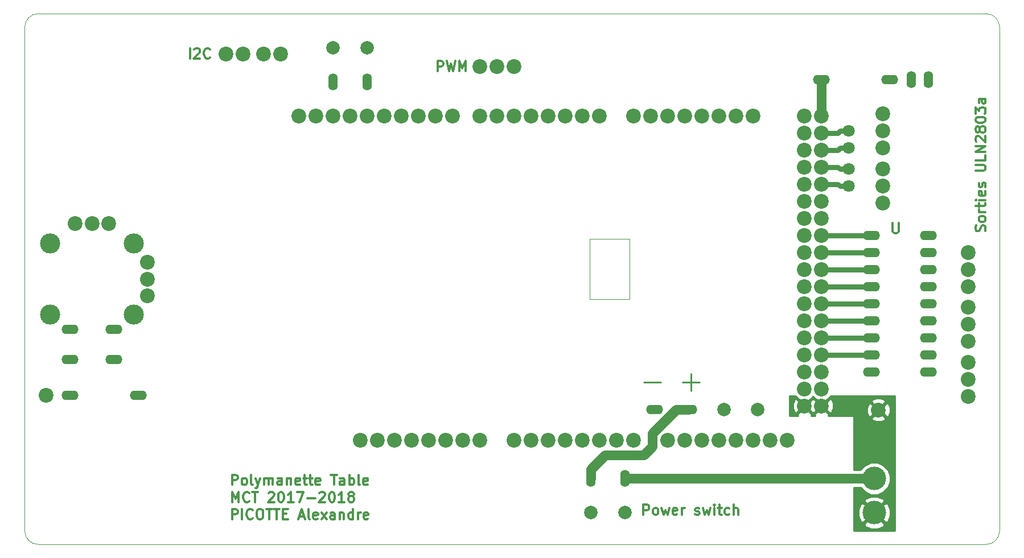
<source format=gbr>
G04 #@! TF.FileFunction,Copper,L2,Bot,Signal*
%FSLAX46Y46*%
G04 Gerber Fmt 4.6, Leading zero omitted, Abs format (unit mm)*
G04 Created by KiCad (PCBNEW 4.0.7) date 06/30/18 16:29:44*
%MOMM*%
%LPD*%
G01*
G04 APERTURE LIST*
%ADD10C,0.100000*%
%ADD11C,0.300000*%
%ADD12O,1.400000X2.540000*%
%ADD13C,2.200000*%
%ADD14C,3.500000*%
%ADD15O,2.540000X1.400000*%
%ADD16C,2.000000*%
%ADD17C,3.000000*%
%ADD18C,1.800000*%
%ADD19C,0.250000*%
%ADD20C,1.400000*%
%ADD21C,0.800000*%
%ADD22C,0.254000*%
G04 APERTURE END LIST*
D10*
D11*
X129392857Y-77058571D02*
X129392857Y-75558571D01*
X129964285Y-75558571D01*
X130107143Y-75630000D01*
X130178571Y-75701429D01*
X130250000Y-75844286D01*
X130250000Y-76058571D01*
X130178571Y-76201429D01*
X130107143Y-76272857D01*
X129964285Y-76344286D01*
X129392857Y-76344286D01*
X130750000Y-75558571D02*
X131107143Y-77058571D01*
X131392857Y-75987143D01*
X131678571Y-77058571D01*
X132035714Y-75558571D01*
X132607143Y-77058571D02*
X132607143Y-75558571D01*
X133107143Y-76630000D01*
X133607143Y-75558571D01*
X133607143Y-77058571D01*
X92570715Y-75153571D02*
X92570715Y-73653571D01*
X93213572Y-73796429D02*
X93285001Y-73725000D01*
X93427858Y-73653571D01*
X93785001Y-73653571D01*
X93927858Y-73725000D01*
X93999287Y-73796429D01*
X94070715Y-73939286D01*
X94070715Y-74082143D01*
X93999287Y-74296429D01*
X93142144Y-75153571D01*
X94070715Y-75153571D01*
X95570715Y-75010714D02*
X95499286Y-75082143D01*
X95285000Y-75153571D01*
X95142143Y-75153571D01*
X94927858Y-75082143D01*
X94785000Y-74939286D01*
X94713572Y-74796429D01*
X94642143Y-74510714D01*
X94642143Y-74296429D01*
X94713572Y-74010714D01*
X94785000Y-73867857D01*
X94927858Y-73725000D01*
X95142143Y-73653571D01*
X95285000Y-73653571D01*
X95499286Y-73725000D01*
X95570715Y-73796429D01*
X160024286Y-143098571D02*
X160024286Y-141598571D01*
X160595714Y-141598571D01*
X160738572Y-141670000D01*
X160810000Y-141741429D01*
X160881429Y-141884286D01*
X160881429Y-142098571D01*
X160810000Y-142241429D01*
X160738572Y-142312857D01*
X160595714Y-142384286D01*
X160024286Y-142384286D01*
X161738572Y-143098571D02*
X161595714Y-143027143D01*
X161524286Y-142955714D01*
X161452857Y-142812857D01*
X161452857Y-142384286D01*
X161524286Y-142241429D01*
X161595714Y-142170000D01*
X161738572Y-142098571D01*
X161952857Y-142098571D01*
X162095714Y-142170000D01*
X162167143Y-142241429D01*
X162238572Y-142384286D01*
X162238572Y-142812857D01*
X162167143Y-142955714D01*
X162095714Y-143027143D01*
X161952857Y-143098571D01*
X161738572Y-143098571D01*
X162738572Y-142098571D02*
X163024286Y-143098571D01*
X163310000Y-142384286D01*
X163595715Y-143098571D01*
X163881429Y-142098571D01*
X165024286Y-143027143D02*
X164881429Y-143098571D01*
X164595715Y-143098571D01*
X164452858Y-143027143D01*
X164381429Y-142884286D01*
X164381429Y-142312857D01*
X164452858Y-142170000D01*
X164595715Y-142098571D01*
X164881429Y-142098571D01*
X165024286Y-142170000D01*
X165095715Y-142312857D01*
X165095715Y-142455714D01*
X164381429Y-142598571D01*
X165738572Y-143098571D02*
X165738572Y-142098571D01*
X165738572Y-142384286D02*
X165810000Y-142241429D01*
X165881429Y-142170000D01*
X166024286Y-142098571D01*
X166167143Y-142098571D01*
X167738571Y-143027143D02*
X167881428Y-143098571D01*
X168167143Y-143098571D01*
X168310000Y-143027143D01*
X168381428Y-142884286D01*
X168381428Y-142812857D01*
X168310000Y-142670000D01*
X168167143Y-142598571D01*
X167952857Y-142598571D01*
X167810000Y-142527143D01*
X167738571Y-142384286D01*
X167738571Y-142312857D01*
X167810000Y-142170000D01*
X167952857Y-142098571D01*
X168167143Y-142098571D01*
X168310000Y-142170000D01*
X168881429Y-142098571D02*
X169167143Y-143098571D01*
X169452857Y-142384286D01*
X169738572Y-143098571D01*
X170024286Y-142098571D01*
X170595715Y-143098571D02*
X170595715Y-142098571D01*
X170595715Y-141598571D02*
X170524286Y-141670000D01*
X170595715Y-141741429D01*
X170667143Y-141670000D01*
X170595715Y-141598571D01*
X170595715Y-141741429D01*
X171095715Y-142098571D02*
X171667144Y-142098571D01*
X171310001Y-141598571D02*
X171310001Y-142884286D01*
X171381429Y-143027143D01*
X171524287Y-143098571D01*
X171667144Y-143098571D01*
X172810001Y-143027143D02*
X172667144Y-143098571D01*
X172381430Y-143098571D01*
X172238572Y-143027143D01*
X172167144Y-142955714D01*
X172095715Y-142812857D01*
X172095715Y-142384286D01*
X172167144Y-142241429D01*
X172238572Y-142170000D01*
X172381430Y-142098571D01*
X172667144Y-142098571D01*
X172810001Y-142170000D01*
X173452858Y-143098571D02*
X173452858Y-141598571D01*
X174095715Y-143098571D02*
X174095715Y-142312857D01*
X174024286Y-142170000D01*
X173881429Y-142098571D01*
X173667144Y-142098571D01*
X173524286Y-142170000D01*
X173452858Y-142241429D01*
X210847143Y-100877857D02*
X210918571Y-100663571D01*
X210918571Y-100306428D01*
X210847143Y-100163571D01*
X210775714Y-100092142D01*
X210632857Y-100020714D01*
X210490000Y-100020714D01*
X210347143Y-100092142D01*
X210275714Y-100163571D01*
X210204286Y-100306428D01*
X210132857Y-100592142D01*
X210061429Y-100735000D01*
X209990000Y-100806428D01*
X209847143Y-100877857D01*
X209704286Y-100877857D01*
X209561429Y-100806428D01*
X209490000Y-100735000D01*
X209418571Y-100592142D01*
X209418571Y-100235000D01*
X209490000Y-100020714D01*
X210918571Y-99163571D02*
X210847143Y-99306429D01*
X210775714Y-99377857D01*
X210632857Y-99449286D01*
X210204286Y-99449286D01*
X210061429Y-99377857D01*
X209990000Y-99306429D01*
X209918571Y-99163571D01*
X209918571Y-98949286D01*
X209990000Y-98806429D01*
X210061429Y-98735000D01*
X210204286Y-98663571D01*
X210632857Y-98663571D01*
X210775714Y-98735000D01*
X210847143Y-98806429D01*
X210918571Y-98949286D01*
X210918571Y-99163571D01*
X210918571Y-98020714D02*
X209918571Y-98020714D01*
X210204286Y-98020714D02*
X210061429Y-97949286D01*
X209990000Y-97877857D01*
X209918571Y-97735000D01*
X209918571Y-97592143D01*
X209918571Y-97306429D02*
X209918571Y-96735000D01*
X209418571Y-97092143D02*
X210704286Y-97092143D01*
X210847143Y-97020715D01*
X210918571Y-96877857D01*
X210918571Y-96735000D01*
X210918571Y-96235000D02*
X209918571Y-96235000D01*
X209418571Y-96235000D02*
X209490000Y-96306429D01*
X209561429Y-96235000D01*
X209490000Y-96163572D01*
X209418571Y-96235000D01*
X209561429Y-96235000D01*
X210847143Y-94949286D02*
X210918571Y-95092143D01*
X210918571Y-95377857D01*
X210847143Y-95520714D01*
X210704286Y-95592143D01*
X210132857Y-95592143D01*
X209990000Y-95520714D01*
X209918571Y-95377857D01*
X209918571Y-95092143D01*
X209990000Y-94949286D01*
X210132857Y-94877857D01*
X210275714Y-94877857D01*
X210418571Y-95592143D01*
X210847143Y-94306429D02*
X210918571Y-94163572D01*
X210918571Y-93877857D01*
X210847143Y-93735000D01*
X210704286Y-93663572D01*
X210632857Y-93663572D01*
X210490000Y-93735000D01*
X210418571Y-93877857D01*
X210418571Y-94092143D01*
X210347143Y-94235000D01*
X210204286Y-94306429D01*
X210132857Y-94306429D01*
X209990000Y-94235000D01*
X209918571Y-94092143D01*
X209918571Y-93877857D01*
X209990000Y-93735000D01*
X209418571Y-91877857D02*
X210632857Y-91877857D01*
X210775714Y-91806429D01*
X210847143Y-91735000D01*
X210918571Y-91592143D01*
X210918571Y-91306429D01*
X210847143Y-91163571D01*
X210775714Y-91092143D01*
X210632857Y-91020714D01*
X209418571Y-91020714D01*
X210918571Y-89592142D02*
X210918571Y-90306428D01*
X209418571Y-90306428D01*
X210918571Y-89092142D02*
X209418571Y-89092142D01*
X210918571Y-88234999D01*
X209418571Y-88234999D01*
X209561429Y-87592142D02*
X209490000Y-87520713D01*
X209418571Y-87377856D01*
X209418571Y-87020713D01*
X209490000Y-86877856D01*
X209561429Y-86806427D01*
X209704286Y-86734999D01*
X209847143Y-86734999D01*
X210061429Y-86806427D01*
X210918571Y-87663570D01*
X210918571Y-86734999D01*
X210061429Y-85877856D02*
X209990000Y-86020714D01*
X209918571Y-86092142D01*
X209775714Y-86163571D01*
X209704286Y-86163571D01*
X209561429Y-86092142D01*
X209490000Y-86020714D01*
X209418571Y-85877856D01*
X209418571Y-85592142D01*
X209490000Y-85449285D01*
X209561429Y-85377856D01*
X209704286Y-85306428D01*
X209775714Y-85306428D01*
X209918571Y-85377856D01*
X209990000Y-85449285D01*
X210061429Y-85592142D01*
X210061429Y-85877856D01*
X210132857Y-86020714D01*
X210204286Y-86092142D01*
X210347143Y-86163571D01*
X210632857Y-86163571D01*
X210775714Y-86092142D01*
X210847143Y-86020714D01*
X210918571Y-85877856D01*
X210918571Y-85592142D01*
X210847143Y-85449285D01*
X210775714Y-85377856D01*
X210632857Y-85306428D01*
X210347143Y-85306428D01*
X210204286Y-85377856D01*
X210132857Y-85449285D01*
X210061429Y-85592142D01*
X209418571Y-84377857D02*
X209418571Y-84235000D01*
X209490000Y-84092143D01*
X209561429Y-84020714D01*
X209704286Y-83949285D01*
X209990000Y-83877857D01*
X210347143Y-83877857D01*
X210632857Y-83949285D01*
X210775714Y-84020714D01*
X210847143Y-84092143D01*
X210918571Y-84235000D01*
X210918571Y-84377857D01*
X210847143Y-84520714D01*
X210775714Y-84592143D01*
X210632857Y-84663571D01*
X210347143Y-84735000D01*
X209990000Y-84735000D01*
X209704286Y-84663571D01*
X209561429Y-84592143D01*
X209490000Y-84520714D01*
X209418571Y-84377857D01*
X209418571Y-83377857D02*
X209418571Y-82449286D01*
X209990000Y-82949286D01*
X209990000Y-82735000D01*
X210061429Y-82592143D01*
X210132857Y-82520714D01*
X210275714Y-82449286D01*
X210632857Y-82449286D01*
X210775714Y-82520714D01*
X210847143Y-82592143D01*
X210918571Y-82735000D01*
X210918571Y-83163572D01*
X210847143Y-83306429D01*
X210775714Y-83377857D01*
X210918571Y-81163572D02*
X210132857Y-81163572D01*
X209990000Y-81235001D01*
X209918571Y-81377858D01*
X209918571Y-81663572D01*
X209990000Y-81806429D01*
X210847143Y-81163572D02*
X210918571Y-81306429D01*
X210918571Y-81663572D01*
X210847143Y-81806429D01*
X210704286Y-81877858D01*
X210561429Y-81877858D01*
X210418571Y-81806429D01*
X210347143Y-81663572D01*
X210347143Y-81306429D01*
X210275714Y-81163572D01*
X197111429Y-99688571D02*
X197111429Y-100902857D01*
X197182857Y-101045714D01*
X197254286Y-101117143D01*
X197397143Y-101188571D01*
X197682857Y-101188571D01*
X197825715Y-101117143D01*
X197897143Y-101045714D01*
X197968572Y-100902857D01*
X197968572Y-99688571D01*
X98837143Y-138643571D02*
X98837143Y-137143571D01*
X99408571Y-137143571D01*
X99551429Y-137215000D01*
X99622857Y-137286429D01*
X99694286Y-137429286D01*
X99694286Y-137643571D01*
X99622857Y-137786429D01*
X99551429Y-137857857D01*
X99408571Y-137929286D01*
X98837143Y-137929286D01*
X100551429Y-138643571D02*
X100408571Y-138572143D01*
X100337143Y-138500714D01*
X100265714Y-138357857D01*
X100265714Y-137929286D01*
X100337143Y-137786429D01*
X100408571Y-137715000D01*
X100551429Y-137643571D01*
X100765714Y-137643571D01*
X100908571Y-137715000D01*
X100980000Y-137786429D01*
X101051429Y-137929286D01*
X101051429Y-138357857D01*
X100980000Y-138500714D01*
X100908571Y-138572143D01*
X100765714Y-138643571D01*
X100551429Y-138643571D01*
X101908572Y-138643571D02*
X101765714Y-138572143D01*
X101694286Y-138429286D01*
X101694286Y-137143571D01*
X102337143Y-137643571D02*
X102694286Y-138643571D01*
X103051428Y-137643571D02*
X102694286Y-138643571D01*
X102551428Y-139000714D01*
X102480000Y-139072143D01*
X102337143Y-139143571D01*
X103622857Y-138643571D02*
X103622857Y-137643571D01*
X103622857Y-137786429D02*
X103694285Y-137715000D01*
X103837143Y-137643571D01*
X104051428Y-137643571D01*
X104194285Y-137715000D01*
X104265714Y-137857857D01*
X104265714Y-138643571D01*
X104265714Y-137857857D02*
X104337143Y-137715000D01*
X104480000Y-137643571D01*
X104694285Y-137643571D01*
X104837143Y-137715000D01*
X104908571Y-137857857D01*
X104908571Y-138643571D01*
X106265714Y-138643571D02*
X106265714Y-137857857D01*
X106194285Y-137715000D01*
X106051428Y-137643571D01*
X105765714Y-137643571D01*
X105622857Y-137715000D01*
X106265714Y-138572143D02*
X106122857Y-138643571D01*
X105765714Y-138643571D01*
X105622857Y-138572143D01*
X105551428Y-138429286D01*
X105551428Y-138286429D01*
X105622857Y-138143571D01*
X105765714Y-138072143D01*
X106122857Y-138072143D01*
X106265714Y-138000714D01*
X106980000Y-137643571D02*
X106980000Y-138643571D01*
X106980000Y-137786429D02*
X107051428Y-137715000D01*
X107194286Y-137643571D01*
X107408571Y-137643571D01*
X107551428Y-137715000D01*
X107622857Y-137857857D01*
X107622857Y-138643571D01*
X108908571Y-138572143D02*
X108765714Y-138643571D01*
X108480000Y-138643571D01*
X108337143Y-138572143D01*
X108265714Y-138429286D01*
X108265714Y-137857857D01*
X108337143Y-137715000D01*
X108480000Y-137643571D01*
X108765714Y-137643571D01*
X108908571Y-137715000D01*
X108980000Y-137857857D01*
X108980000Y-138000714D01*
X108265714Y-138143571D01*
X109408571Y-137643571D02*
X109980000Y-137643571D01*
X109622857Y-137143571D02*
X109622857Y-138429286D01*
X109694285Y-138572143D01*
X109837143Y-138643571D01*
X109980000Y-138643571D01*
X110265714Y-137643571D02*
X110837143Y-137643571D01*
X110480000Y-137143571D02*
X110480000Y-138429286D01*
X110551428Y-138572143D01*
X110694286Y-138643571D01*
X110837143Y-138643571D01*
X111908571Y-138572143D02*
X111765714Y-138643571D01*
X111480000Y-138643571D01*
X111337143Y-138572143D01*
X111265714Y-138429286D01*
X111265714Y-137857857D01*
X111337143Y-137715000D01*
X111480000Y-137643571D01*
X111765714Y-137643571D01*
X111908571Y-137715000D01*
X111980000Y-137857857D01*
X111980000Y-138000714D01*
X111265714Y-138143571D01*
X113551428Y-137143571D02*
X114408571Y-137143571D01*
X113980000Y-138643571D02*
X113980000Y-137143571D01*
X115551428Y-138643571D02*
X115551428Y-137857857D01*
X115479999Y-137715000D01*
X115337142Y-137643571D01*
X115051428Y-137643571D01*
X114908571Y-137715000D01*
X115551428Y-138572143D02*
X115408571Y-138643571D01*
X115051428Y-138643571D01*
X114908571Y-138572143D01*
X114837142Y-138429286D01*
X114837142Y-138286429D01*
X114908571Y-138143571D01*
X115051428Y-138072143D01*
X115408571Y-138072143D01*
X115551428Y-138000714D01*
X116265714Y-138643571D02*
X116265714Y-137143571D01*
X116265714Y-137715000D02*
X116408571Y-137643571D01*
X116694285Y-137643571D01*
X116837142Y-137715000D01*
X116908571Y-137786429D01*
X116980000Y-137929286D01*
X116980000Y-138357857D01*
X116908571Y-138500714D01*
X116837142Y-138572143D01*
X116694285Y-138643571D01*
X116408571Y-138643571D01*
X116265714Y-138572143D01*
X117837143Y-138643571D02*
X117694285Y-138572143D01*
X117622857Y-138429286D01*
X117622857Y-137143571D01*
X118979999Y-138572143D02*
X118837142Y-138643571D01*
X118551428Y-138643571D01*
X118408571Y-138572143D01*
X118337142Y-138429286D01*
X118337142Y-137857857D01*
X118408571Y-137715000D01*
X118551428Y-137643571D01*
X118837142Y-137643571D01*
X118979999Y-137715000D01*
X119051428Y-137857857D01*
X119051428Y-138000714D01*
X118337142Y-138143571D01*
X98837143Y-141193571D02*
X98837143Y-139693571D01*
X99337143Y-140765000D01*
X99837143Y-139693571D01*
X99837143Y-141193571D01*
X101408572Y-141050714D02*
X101337143Y-141122143D01*
X101122857Y-141193571D01*
X100980000Y-141193571D01*
X100765715Y-141122143D01*
X100622857Y-140979286D01*
X100551429Y-140836429D01*
X100480000Y-140550714D01*
X100480000Y-140336429D01*
X100551429Y-140050714D01*
X100622857Y-139907857D01*
X100765715Y-139765000D01*
X100980000Y-139693571D01*
X101122857Y-139693571D01*
X101337143Y-139765000D01*
X101408572Y-139836429D01*
X101837143Y-139693571D02*
X102694286Y-139693571D01*
X102265715Y-141193571D02*
X102265715Y-139693571D01*
X104265714Y-139836429D02*
X104337143Y-139765000D01*
X104480000Y-139693571D01*
X104837143Y-139693571D01*
X104980000Y-139765000D01*
X105051429Y-139836429D01*
X105122857Y-139979286D01*
X105122857Y-140122143D01*
X105051429Y-140336429D01*
X104194286Y-141193571D01*
X105122857Y-141193571D01*
X106051428Y-139693571D02*
X106194285Y-139693571D01*
X106337142Y-139765000D01*
X106408571Y-139836429D01*
X106480000Y-139979286D01*
X106551428Y-140265000D01*
X106551428Y-140622143D01*
X106480000Y-140907857D01*
X106408571Y-141050714D01*
X106337142Y-141122143D01*
X106194285Y-141193571D01*
X106051428Y-141193571D01*
X105908571Y-141122143D01*
X105837142Y-141050714D01*
X105765714Y-140907857D01*
X105694285Y-140622143D01*
X105694285Y-140265000D01*
X105765714Y-139979286D01*
X105837142Y-139836429D01*
X105908571Y-139765000D01*
X106051428Y-139693571D01*
X107979999Y-141193571D02*
X107122856Y-141193571D01*
X107551428Y-141193571D02*
X107551428Y-139693571D01*
X107408571Y-139907857D01*
X107265713Y-140050714D01*
X107122856Y-140122143D01*
X108479999Y-139693571D02*
X109479999Y-139693571D01*
X108837142Y-141193571D01*
X110051427Y-140622143D02*
X111194284Y-140622143D01*
X111837141Y-139836429D02*
X111908570Y-139765000D01*
X112051427Y-139693571D01*
X112408570Y-139693571D01*
X112551427Y-139765000D01*
X112622856Y-139836429D01*
X112694284Y-139979286D01*
X112694284Y-140122143D01*
X112622856Y-140336429D01*
X111765713Y-141193571D01*
X112694284Y-141193571D01*
X113622855Y-139693571D02*
X113765712Y-139693571D01*
X113908569Y-139765000D01*
X113979998Y-139836429D01*
X114051427Y-139979286D01*
X114122855Y-140265000D01*
X114122855Y-140622143D01*
X114051427Y-140907857D01*
X113979998Y-141050714D01*
X113908569Y-141122143D01*
X113765712Y-141193571D01*
X113622855Y-141193571D01*
X113479998Y-141122143D01*
X113408569Y-141050714D01*
X113337141Y-140907857D01*
X113265712Y-140622143D01*
X113265712Y-140265000D01*
X113337141Y-139979286D01*
X113408569Y-139836429D01*
X113479998Y-139765000D01*
X113622855Y-139693571D01*
X115551426Y-141193571D02*
X114694283Y-141193571D01*
X115122855Y-141193571D02*
X115122855Y-139693571D01*
X114979998Y-139907857D01*
X114837140Y-140050714D01*
X114694283Y-140122143D01*
X116408569Y-140336429D02*
X116265711Y-140265000D01*
X116194283Y-140193571D01*
X116122854Y-140050714D01*
X116122854Y-139979286D01*
X116194283Y-139836429D01*
X116265711Y-139765000D01*
X116408569Y-139693571D01*
X116694283Y-139693571D01*
X116837140Y-139765000D01*
X116908569Y-139836429D01*
X116979997Y-139979286D01*
X116979997Y-140050714D01*
X116908569Y-140193571D01*
X116837140Y-140265000D01*
X116694283Y-140336429D01*
X116408569Y-140336429D01*
X116265711Y-140407857D01*
X116194283Y-140479286D01*
X116122854Y-140622143D01*
X116122854Y-140907857D01*
X116194283Y-141050714D01*
X116265711Y-141122143D01*
X116408569Y-141193571D01*
X116694283Y-141193571D01*
X116837140Y-141122143D01*
X116908569Y-141050714D01*
X116979997Y-140907857D01*
X116979997Y-140622143D01*
X116908569Y-140479286D01*
X116837140Y-140407857D01*
X116694283Y-140336429D01*
X98837143Y-143743571D02*
X98837143Y-142243571D01*
X99408571Y-142243571D01*
X99551429Y-142315000D01*
X99622857Y-142386429D01*
X99694286Y-142529286D01*
X99694286Y-142743571D01*
X99622857Y-142886429D01*
X99551429Y-142957857D01*
X99408571Y-143029286D01*
X98837143Y-143029286D01*
X100337143Y-143743571D02*
X100337143Y-142243571D01*
X101908572Y-143600714D02*
X101837143Y-143672143D01*
X101622857Y-143743571D01*
X101480000Y-143743571D01*
X101265715Y-143672143D01*
X101122857Y-143529286D01*
X101051429Y-143386429D01*
X100980000Y-143100714D01*
X100980000Y-142886429D01*
X101051429Y-142600714D01*
X101122857Y-142457857D01*
X101265715Y-142315000D01*
X101480000Y-142243571D01*
X101622857Y-142243571D01*
X101837143Y-142315000D01*
X101908572Y-142386429D01*
X102837143Y-142243571D02*
X103122857Y-142243571D01*
X103265715Y-142315000D01*
X103408572Y-142457857D01*
X103480000Y-142743571D01*
X103480000Y-143243571D01*
X103408572Y-143529286D01*
X103265715Y-143672143D01*
X103122857Y-143743571D01*
X102837143Y-143743571D01*
X102694286Y-143672143D01*
X102551429Y-143529286D01*
X102480000Y-143243571D01*
X102480000Y-142743571D01*
X102551429Y-142457857D01*
X102694286Y-142315000D01*
X102837143Y-142243571D01*
X103908572Y-142243571D02*
X104765715Y-142243571D01*
X104337144Y-143743571D02*
X104337144Y-142243571D01*
X105051429Y-142243571D02*
X105908572Y-142243571D01*
X105480001Y-143743571D02*
X105480001Y-142243571D01*
X106408572Y-142957857D02*
X106908572Y-142957857D01*
X107122858Y-143743571D02*
X106408572Y-143743571D01*
X106408572Y-142243571D01*
X107122858Y-142243571D01*
X108837143Y-143315000D02*
X109551429Y-143315000D01*
X108694286Y-143743571D02*
X109194286Y-142243571D01*
X109694286Y-143743571D01*
X110408572Y-143743571D02*
X110265714Y-143672143D01*
X110194286Y-143529286D01*
X110194286Y-142243571D01*
X111551428Y-143672143D02*
X111408571Y-143743571D01*
X111122857Y-143743571D01*
X110980000Y-143672143D01*
X110908571Y-143529286D01*
X110908571Y-142957857D01*
X110980000Y-142815000D01*
X111122857Y-142743571D01*
X111408571Y-142743571D01*
X111551428Y-142815000D01*
X111622857Y-142957857D01*
X111622857Y-143100714D01*
X110908571Y-143243571D01*
X112122857Y-143743571D02*
X112908571Y-142743571D01*
X112122857Y-142743571D02*
X112908571Y-143743571D01*
X114122857Y-143743571D02*
X114122857Y-142957857D01*
X114051428Y-142815000D01*
X113908571Y-142743571D01*
X113622857Y-142743571D01*
X113480000Y-142815000D01*
X114122857Y-143672143D02*
X113980000Y-143743571D01*
X113622857Y-143743571D01*
X113480000Y-143672143D01*
X113408571Y-143529286D01*
X113408571Y-143386429D01*
X113480000Y-143243571D01*
X113622857Y-143172143D01*
X113980000Y-143172143D01*
X114122857Y-143100714D01*
X114837143Y-142743571D02*
X114837143Y-143743571D01*
X114837143Y-142886429D02*
X114908571Y-142815000D01*
X115051429Y-142743571D01*
X115265714Y-142743571D01*
X115408571Y-142815000D01*
X115480000Y-142957857D01*
X115480000Y-143743571D01*
X116837143Y-143743571D02*
X116837143Y-142243571D01*
X116837143Y-143672143D02*
X116694286Y-143743571D01*
X116408572Y-143743571D01*
X116265714Y-143672143D01*
X116194286Y-143600714D01*
X116122857Y-143457857D01*
X116122857Y-143029286D01*
X116194286Y-142886429D01*
X116265714Y-142815000D01*
X116408572Y-142743571D01*
X116694286Y-142743571D01*
X116837143Y-142815000D01*
X117551429Y-143743571D02*
X117551429Y-142743571D01*
X117551429Y-143029286D02*
X117622857Y-142886429D01*
X117694286Y-142815000D01*
X117837143Y-142743571D01*
X117980000Y-142743571D01*
X119051428Y-143672143D02*
X118908571Y-143743571D01*
X118622857Y-143743571D01*
X118480000Y-143672143D01*
X118408571Y-143529286D01*
X118408571Y-142957857D01*
X118480000Y-142815000D01*
X118622857Y-142743571D01*
X118908571Y-142743571D01*
X119051428Y-142815000D01*
X119122857Y-142957857D01*
X119122857Y-143100714D01*
X118408571Y-143243571D01*
D10*
X158000000Y-102000000D02*
X152000000Y-102000000D01*
X158000000Y-111000000D02*
X158000000Y-102000000D01*
X152000000Y-111000000D02*
X158000000Y-111000000D01*
X152000000Y-102000000D02*
X152000000Y-111000000D01*
X68000000Y-145500000D02*
G75*
G03X70000000Y-147500000I2000000J0D01*
G01*
X70000000Y-68500000D02*
G75*
G03X68000000Y-70500000I0J-2000000D01*
G01*
X213000000Y-70500000D02*
G75*
G03X211000000Y-68500000I-2000000J0D01*
G01*
X211000000Y-147500000D02*
G75*
G03X213000000Y-145500000I0J2000000D01*
G01*
X213000000Y-70500000D02*
X213000000Y-145500000D01*
X70000000Y-68500000D02*
X211000000Y-68500000D01*
X70000000Y-147500000D02*
X211000000Y-147500000D01*
X68000000Y-70500000D02*
X68000000Y-145500000D01*
D12*
X202425000Y-78285000D03*
X199885000Y-78285000D03*
D13*
X140800000Y-76380000D03*
X138260000Y-76380000D03*
X135720000Y-76380000D03*
X97920000Y-74475000D03*
X100460000Y-74475000D03*
X106100000Y-74475000D03*
X103560000Y-74475000D03*
D14*
X194365000Y-142795000D03*
X194365000Y-137715000D03*
D15*
X196680000Y-78285000D03*
X186520000Y-78285000D03*
X166770000Y-127400000D03*
X161690000Y-127400000D03*
X84910000Y-125305000D03*
X74750000Y-125305000D03*
D16*
X177045000Y-127400000D03*
X172045000Y-127400000D03*
D13*
X208335000Y-109100000D03*
X208335000Y-106560000D03*
X208335000Y-104020000D03*
X208335000Y-112200000D03*
X208335000Y-114740000D03*
X208335000Y-117280000D03*
X208335000Y-125460000D03*
X208335000Y-122920000D03*
X208335000Y-120380000D03*
X195635000Y-83440000D03*
X195635000Y-85980000D03*
X195635000Y-88520000D03*
X195635000Y-96700000D03*
X195635000Y-94160000D03*
X195635000Y-91620000D03*
X71175000Y-125305000D03*
X86250000Y-110500000D03*
X86250000Y-108000000D03*
X86250000Y-105500000D03*
X78000000Y-99750000D03*
X80500000Y-99750000D03*
X75500000Y-99750000D03*
D17*
X84250000Y-113300000D03*
X84250000Y-102700000D03*
X71750000Y-102700000D03*
X71750000Y-113300000D03*
D15*
X81250000Y-115450000D03*
X74750000Y-115450000D03*
X74750000Y-119950000D03*
X81250000Y-119950000D03*
D13*
X195000000Y-127500000D03*
D15*
X193925000Y-104020000D03*
X193925000Y-101480000D03*
X193925000Y-106560000D03*
X193925000Y-109100000D03*
X193925000Y-111640000D03*
X193925000Y-114180000D03*
X193925000Y-116720000D03*
X193925000Y-119260000D03*
X193925000Y-121800000D03*
X202425000Y-121800000D03*
X202425000Y-119260000D03*
X202425000Y-116720000D03*
X202425000Y-114180000D03*
X202425000Y-111640000D03*
X202425000Y-109100000D03*
X202425000Y-106560000D03*
X202425000Y-104020000D03*
X202425000Y-101480000D03*
D12*
X152175000Y-137715000D03*
X157255000Y-137715000D03*
D16*
X152175000Y-142795000D03*
X157255000Y-142795000D03*
D12*
X118956000Y-78640000D03*
X113876000Y-78640000D03*
D16*
X118956000Y-73560000D03*
X113876000Y-73560000D03*
D13*
X140800000Y-131960000D03*
X135720000Y-131960000D03*
X133180000Y-131960000D03*
X130640000Y-131960000D03*
X128100000Y-131960000D03*
X125560000Y-131960000D03*
X123020000Y-131960000D03*
X120480000Y-131960000D03*
X176360000Y-83700000D03*
X173820000Y-83700000D03*
X171280000Y-83700000D03*
X168740000Y-83700000D03*
X166200000Y-83700000D03*
X163660000Y-83700000D03*
X161120000Y-83700000D03*
X158580000Y-83700000D03*
X153500000Y-83700000D03*
X150960000Y-83700000D03*
X148420000Y-83700000D03*
X145880000Y-83700000D03*
X143340000Y-83700000D03*
X140800000Y-83700000D03*
X138260000Y-83700000D03*
X135720000Y-83700000D03*
X116416000Y-83700000D03*
X131656000Y-83700000D03*
X129116000Y-83700000D03*
X126576000Y-83700000D03*
X108796000Y-83700000D03*
X111336000Y-83700000D03*
X113876000Y-83700000D03*
X118956000Y-83700000D03*
X121496000Y-83700000D03*
X124036000Y-83700000D03*
X117940000Y-131960000D03*
X143340000Y-131960000D03*
X145880000Y-131960000D03*
X148420000Y-131960000D03*
X150960000Y-131960000D03*
X153500000Y-131960000D03*
X156040000Y-131960000D03*
X158580000Y-131960000D03*
X163660000Y-131960000D03*
X166200000Y-131960000D03*
X168740000Y-131960000D03*
X171280000Y-131960000D03*
X173820000Y-131960000D03*
X176360000Y-131960000D03*
X178900000Y-131960000D03*
X181440000Y-131960000D03*
X183980000Y-83700000D03*
X186520000Y-83700000D03*
X183980000Y-86240000D03*
X186520000Y-86240000D03*
X183980000Y-88780000D03*
X186520000Y-88780000D03*
X183980000Y-91320000D03*
X186520000Y-91320000D03*
X183980000Y-93860000D03*
X186520000Y-93860000D03*
X183980000Y-96400000D03*
X186520000Y-96400000D03*
X183980000Y-98940000D03*
X186520000Y-98940000D03*
X183980000Y-101480000D03*
X186520000Y-101480000D03*
X183980000Y-104020000D03*
X186520000Y-104020000D03*
X183980000Y-106560000D03*
X186520000Y-106560000D03*
X183980000Y-109100000D03*
X186520000Y-109100000D03*
X183980000Y-111640000D03*
X186520000Y-111640000D03*
X183980000Y-114180000D03*
X186520000Y-114180000D03*
X183980000Y-116720000D03*
X186520000Y-116720000D03*
X183980000Y-119260000D03*
X186520000Y-119260000D03*
X183980000Y-121800000D03*
X186520000Y-121800000D03*
X183980000Y-124340000D03*
X186520000Y-124340000D03*
X183980000Y-126880000D03*
X186520000Y-126880000D03*
D18*
X190555000Y-85905000D03*
X190555000Y-88445000D03*
X190555000Y-94160000D03*
X190555000Y-91620000D03*
D19*
X160115000Y-123370000D02*
X162655000Y-123370000D01*
X165830000Y-123370000D02*
X168370000Y-123370000D01*
X167100000Y-122100000D02*
X167100000Y-124640000D01*
D20*
X166770000Y-127400000D02*
X164935000Y-127400000D01*
X161345000Y-132895000D02*
X160075000Y-134165000D01*
X152175000Y-136350000D02*
X152175000Y-137715000D01*
X154360000Y-134165000D02*
X160075000Y-134165000D01*
X152175000Y-136350000D02*
X154360000Y-134165000D01*
X161345000Y-130990000D02*
X161345000Y-132895000D01*
X164935000Y-127400000D02*
X161345000Y-130990000D01*
X194365000Y-137715000D02*
X157255000Y-137715000D01*
X186520000Y-83700000D02*
X186520000Y-78285000D01*
D21*
X186520000Y-104020000D02*
X193925000Y-104020000D01*
X193925000Y-101480000D02*
X186520000Y-101480000D01*
X193925000Y-106560000D02*
X186520000Y-106560000D01*
X186520000Y-109100000D02*
X193925000Y-109100000D01*
X193925000Y-111640000D02*
X186520000Y-111640000D01*
X186520000Y-114180000D02*
X193925000Y-114180000D01*
X193925000Y-116720000D02*
X186520000Y-116720000D01*
X186520000Y-119260000D02*
X193925000Y-119260000D01*
X190555000Y-85905000D02*
X189285000Y-85905000D01*
X188950000Y-86240000D02*
X186520000Y-86240000D01*
X189285000Y-85905000D02*
X188950000Y-86240000D01*
X189285000Y-88445000D02*
X190555000Y-88445000D01*
X186520000Y-88780000D02*
X188950000Y-88780000D01*
X189285000Y-88445000D02*
X188950000Y-88780000D01*
X188985000Y-93860000D02*
X186520000Y-93860000D01*
X189285000Y-94160000D02*
X188985000Y-93860000D01*
X190555000Y-94160000D02*
X189285000Y-94160000D01*
X188985000Y-91320000D02*
X186520000Y-91320000D01*
X189285000Y-91620000D02*
X188985000Y-91320000D01*
X190555000Y-91620000D02*
X189285000Y-91620000D01*
D22*
G36*
X182995918Y-125810004D02*
X183156139Y-125876534D01*
X183980000Y-126700395D01*
X184803305Y-125877090D01*
X184961515Y-125811719D01*
X185250075Y-125523662D01*
X185535918Y-125810004D01*
X185696139Y-125876534D01*
X186520000Y-126700395D01*
X187343305Y-125877090D01*
X187501515Y-125811719D01*
X187911950Y-125402000D01*
X197413000Y-125402000D01*
X197413000Y-145468000D01*
X191317000Y-145468000D01*
X191317000Y-144489528D01*
X192850077Y-144489528D01*
X193040364Y-144834271D01*
X193921591Y-145185956D01*
X194870323Y-145173641D01*
X195689636Y-144834271D01*
X195879923Y-144489528D01*
X194365000Y-142974605D01*
X192850077Y-144489528D01*
X191317000Y-144489528D01*
X191317000Y-142351591D01*
X191974044Y-142351591D01*
X191986359Y-143300323D01*
X192325729Y-144119636D01*
X192670472Y-144309923D01*
X194185395Y-142795000D01*
X194544605Y-142795000D01*
X196059528Y-144309923D01*
X196404271Y-144119636D01*
X196755956Y-143238409D01*
X196743641Y-142289677D01*
X196404271Y-141470364D01*
X196059528Y-141280077D01*
X194544605Y-142795000D01*
X194185395Y-142795000D01*
X192670472Y-141280077D01*
X192325729Y-141470364D01*
X191974044Y-142351591D01*
X191317000Y-142351591D01*
X191317000Y-141100472D01*
X192850077Y-141100472D01*
X194365000Y-142615395D01*
X195879923Y-141100472D01*
X195689636Y-140755729D01*
X194808409Y-140404044D01*
X193859677Y-140416359D01*
X193040364Y-140755729D01*
X192850077Y-141100472D01*
X191317000Y-141100472D01*
X191317000Y-139050000D01*
X192336037Y-139050000D01*
X192341916Y-139064229D01*
X193012242Y-139735726D01*
X193888513Y-140099585D01*
X194837325Y-140100413D01*
X195714229Y-139738084D01*
X196385726Y-139067758D01*
X196749585Y-138191487D01*
X196750413Y-137242675D01*
X196388084Y-136365771D01*
X195717758Y-135694274D01*
X194841487Y-135330415D01*
X193892675Y-135329587D01*
X193015771Y-135691916D01*
X192344274Y-136362242D01*
X192336900Y-136380000D01*
X191317000Y-136380000D01*
X191317000Y-128724868D01*
X193954737Y-128724868D01*
X194065641Y-129002099D01*
X194711593Y-129245323D01*
X195401453Y-129222836D01*
X195934359Y-129002099D01*
X196045263Y-128724868D01*
X195000000Y-127679605D01*
X193954737Y-128724868D01*
X191317000Y-128724868D01*
X191317000Y-128450000D01*
X191306994Y-128400590D01*
X191278553Y-128358965D01*
X191236159Y-128331685D01*
X191190000Y-128323000D01*
X187478001Y-128323000D01*
X187565263Y-128104868D01*
X186520000Y-127059605D01*
X185474737Y-128104868D01*
X185561999Y-128323000D01*
X184938001Y-128323000D01*
X185025263Y-128104868D01*
X183980000Y-127059605D01*
X182934737Y-128104868D01*
X183021999Y-128323000D01*
X181792000Y-128323000D01*
X181792000Y-126591593D01*
X182234677Y-126591593D01*
X182257164Y-127281453D01*
X182477901Y-127814359D01*
X182755132Y-127925263D01*
X183800395Y-126880000D01*
X184159605Y-126880000D01*
X184964116Y-127684511D01*
X185017901Y-127814359D01*
X185144682Y-127865077D01*
X185204868Y-127925263D01*
X185250000Y-127907208D01*
X185295132Y-127925263D01*
X185355318Y-127865077D01*
X185482099Y-127814359D01*
X185528037Y-127692358D01*
X186340395Y-126880000D01*
X186699605Y-126880000D01*
X187744868Y-127925263D01*
X188022099Y-127814359D01*
X188249061Y-127211593D01*
X193254677Y-127211593D01*
X193277164Y-127901453D01*
X193497901Y-128434359D01*
X193775132Y-128545263D01*
X194820395Y-127500000D01*
X195179605Y-127500000D01*
X196224868Y-128545263D01*
X196502099Y-128434359D01*
X196745323Y-127788407D01*
X196722836Y-127098547D01*
X196502099Y-126565641D01*
X196224868Y-126454737D01*
X195179605Y-127500000D01*
X194820395Y-127500000D01*
X193775132Y-126454737D01*
X193497901Y-126565641D01*
X193254677Y-127211593D01*
X188249061Y-127211593D01*
X188265323Y-127168407D01*
X188242836Y-126478547D01*
X188158579Y-126275132D01*
X193954737Y-126275132D01*
X195000000Y-127320395D01*
X196045263Y-126275132D01*
X195934359Y-125997901D01*
X195288407Y-125754677D01*
X194598547Y-125777164D01*
X194065641Y-125997901D01*
X193954737Y-126275132D01*
X188158579Y-126275132D01*
X188022099Y-125945641D01*
X187744868Y-125834737D01*
X186699605Y-126880000D01*
X186340395Y-126880000D01*
X185535884Y-126075489D01*
X185482099Y-125945641D01*
X185355318Y-125894923D01*
X185295132Y-125834737D01*
X185250000Y-125852792D01*
X185204868Y-125834737D01*
X185144682Y-125894923D01*
X185017901Y-125945641D01*
X184971963Y-126067642D01*
X184159605Y-126880000D01*
X183800395Y-126880000D01*
X182755132Y-125834737D01*
X182477901Y-125945641D01*
X182234677Y-126591593D01*
X181792000Y-126591593D01*
X181792000Y-125402000D01*
X182588626Y-125402000D01*
X182995918Y-125810004D01*
X182995918Y-125810004D01*
G37*
X182995918Y-125810004D02*
X183156139Y-125876534D01*
X183980000Y-126700395D01*
X184803305Y-125877090D01*
X184961515Y-125811719D01*
X185250075Y-125523662D01*
X185535918Y-125810004D01*
X185696139Y-125876534D01*
X186520000Y-126700395D01*
X187343305Y-125877090D01*
X187501515Y-125811719D01*
X187911950Y-125402000D01*
X197413000Y-125402000D01*
X197413000Y-145468000D01*
X191317000Y-145468000D01*
X191317000Y-144489528D01*
X192850077Y-144489528D01*
X193040364Y-144834271D01*
X193921591Y-145185956D01*
X194870323Y-145173641D01*
X195689636Y-144834271D01*
X195879923Y-144489528D01*
X194365000Y-142974605D01*
X192850077Y-144489528D01*
X191317000Y-144489528D01*
X191317000Y-142351591D01*
X191974044Y-142351591D01*
X191986359Y-143300323D01*
X192325729Y-144119636D01*
X192670472Y-144309923D01*
X194185395Y-142795000D01*
X194544605Y-142795000D01*
X196059528Y-144309923D01*
X196404271Y-144119636D01*
X196755956Y-143238409D01*
X196743641Y-142289677D01*
X196404271Y-141470364D01*
X196059528Y-141280077D01*
X194544605Y-142795000D01*
X194185395Y-142795000D01*
X192670472Y-141280077D01*
X192325729Y-141470364D01*
X191974044Y-142351591D01*
X191317000Y-142351591D01*
X191317000Y-141100472D01*
X192850077Y-141100472D01*
X194365000Y-142615395D01*
X195879923Y-141100472D01*
X195689636Y-140755729D01*
X194808409Y-140404044D01*
X193859677Y-140416359D01*
X193040364Y-140755729D01*
X192850077Y-141100472D01*
X191317000Y-141100472D01*
X191317000Y-139050000D01*
X192336037Y-139050000D01*
X192341916Y-139064229D01*
X193012242Y-139735726D01*
X193888513Y-140099585D01*
X194837325Y-140100413D01*
X195714229Y-139738084D01*
X196385726Y-139067758D01*
X196749585Y-138191487D01*
X196750413Y-137242675D01*
X196388084Y-136365771D01*
X195717758Y-135694274D01*
X194841487Y-135330415D01*
X193892675Y-135329587D01*
X193015771Y-135691916D01*
X192344274Y-136362242D01*
X192336900Y-136380000D01*
X191317000Y-136380000D01*
X191317000Y-128724868D01*
X193954737Y-128724868D01*
X194065641Y-129002099D01*
X194711593Y-129245323D01*
X195401453Y-129222836D01*
X195934359Y-129002099D01*
X196045263Y-128724868D01*
X195000000Y-127679605D01*
X193954737Y-128724868D01*
X191317000Y-128724868D01*
X191317000Y-128450000D01*
X191306994Y-128400590D01*
X191278553Y-128358965D01*
X191236159Y-128331685D01*
X191190000Y-128323000D01*
X187478001Y-128323000D01*
X187565263Y-128104868D01*
X186520000Y-127059605D01*
X185474737Y-128104868D01*
X185561999Y-128323000D01*
X184938001Y-128323000D01*
X185025263Y-128104868D01*
X183980000Y-127059605D01*
X182934737Y-128104868D01*
X183021999Y-128323000D01*
X181792000Y-128323000D01*
X181792000Y-126591593D01*
X182234677Y-126591593D01*
X182257164Y-127281453D01*
X182477901Y-127814359D01*
X182755132Y-127925263D01*
X183800395Y-126880000D01*
X184159605Y-126880000D01*
X184964116Y-127684511D01*
X185017901Y-127814359D01*
X185144682Y-127865077D01*
X185204868Y-127925263D01*
X185250000Y-127907208D01*
X185295132Y-127925263D01*
X185355318Y-127865077D01*
X185482099Y-127814359D01*
X185528037Y-127692358D01*
X186340395Y-126880000D01*
X186699605Y-126880000D01*
X187744868Y-127925263D01*
X188022099Y-127814359D01*
X188249061Y-127211593D01*
X193254677Y-127211593D01*
X193277164Y-127901453D01*
X193497901Y-128434359D01*
X193775132Y-128545263D01*
X194820395Y-127500000D01*
X195179605Y-127500000D01*
X196224868Y-128545263D01*
X196502099Y-128434359D01*
X196745323Y-127788407D01*
X196722836Y-127098547D01*
X196502099Y-126565641D01*
X196224868Y-126454737D01*
X195179605Y-127500000D01*
X194820395Y-127500000D01*
X193775132Y-126454737D01*
X193497901Y-126565641D01*
X193254677Y-127211593D01*
X188249061Y-127211593D01*
X188265323Y-127168407D01*
X188242836Y-126478547D01*
X188158579Y-126275132D01*
X193954737Y-126275132D01*
X195000000Y-127320395D01*
X196045263Y-126275132D01*
X195934359Y-125997901D01*
X195288407Y-125754677D01*
X194598547Y-125777164D01*
X194065641Y-125997901D01*
X193954737Y-126275132D01*
X188158579Y-126275132D01*
X188022099Y-125945641D01*
X187744868Y-125834737D01*
X186699605Y-126880000D01*
X186340395Y-126880000D01*
X185535884Y-126075489D01*
X185482099Y-125945641D01*
X185355318Y-125894923D01*
X185295132Y-125834737D01*
X185250000Y-125852792D01*
X185204868Y-125834737D01*
X185144682Y-125894923D01*
X185017901Y-125945641D01*
X184971963Y-126067642D01*
X184159605Y-126880000D01*
X183800395Y-126880000D01*
X182755132Y-125834737D01*
X182477901Y-125945641D01*
X182234677Y-126591593D01*
X181792000Y-126591593D01*
X181792000Y-125402000D01*
X182588626Y-125402000D01*
X182995918Y-125810004D01*
M02*

</source>
